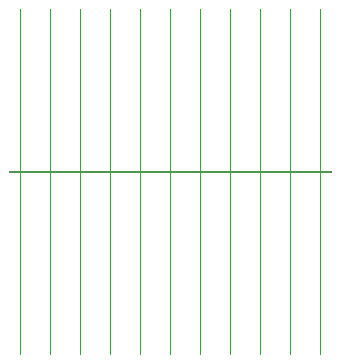
<source format=gbr>
%TF.GenerationSoftware,KiCad,Pcbnew,(5.1.12)-1*%
%TF.CreationDate,2023-02-20T15:46:43-05:00*%
%TF.ProjectId,seamaster-face,7365616d-6173-4746-9572-2d666163652e,rev?*%
%TF.SameCoordinates,Original*%
%TF.FileFunction,Legend,Bot*%
%TF.FilePolarity,Positive*%
%FSLAX46Y46*%
G04 Gerber Fmt 4.6, Leading zero omitted, Abs format (unit mm)*
G04 Created by KiCad (PCBNEW (5.1.12)-1) date 2023-02-20 15:46:43*
%MOMM*%
%LPD*%
G01*
G04 APERTURE LIST*
%ADD10C,0.063500*%
%ADD11C,0.100000*%
G04 APERTURE END LIST*
D10*
X135318500Y-62674500D02*
X135318500Y-91884500D01*
X137858500Y-62674500D02*
X137858500Y-91884500D01*
X140398500Y-62674500D02*
X140398500Y-91884500D01*
X142938500Y-62674500D02*
X142938500Y-91884500D01*
X145478500Y-62674500D02*
X145478500Y-91884500D01*
X160718500Y-62674500D02*
X160718500Y-91884500D01*
X158178500Y-62674500D02*
X158178500Y-91884500D01*
X155638500Y-62674500D02*
X155638500Y-91884500D01*
X153098500Y-62674500D02*
X153098500Y-91884500D01*
X150558500Y-62674500D02*
X150558500Y-91884500D01*
X148018500Y-62674500D02*
X148018500Y-91884500D01*
D11*
%TO.C,SeaMasterFace*%
G36*
X161690900Y-76532200D02*
G01*
X134353300Y-76532200D01*
X134353300Y-76432200D01*
X161690900Y-76432200D01*
X161690900Y-76532200D01*
G37*
G36*
X148072100Y-90152600D02*
G01*
X147972100Y-90152600D01*
X147972100Y-62814200D01*
X148072100Y-62814200D01*
X148072100Y-90152600D01*
G37*
%TD*%
M02*

</source>
